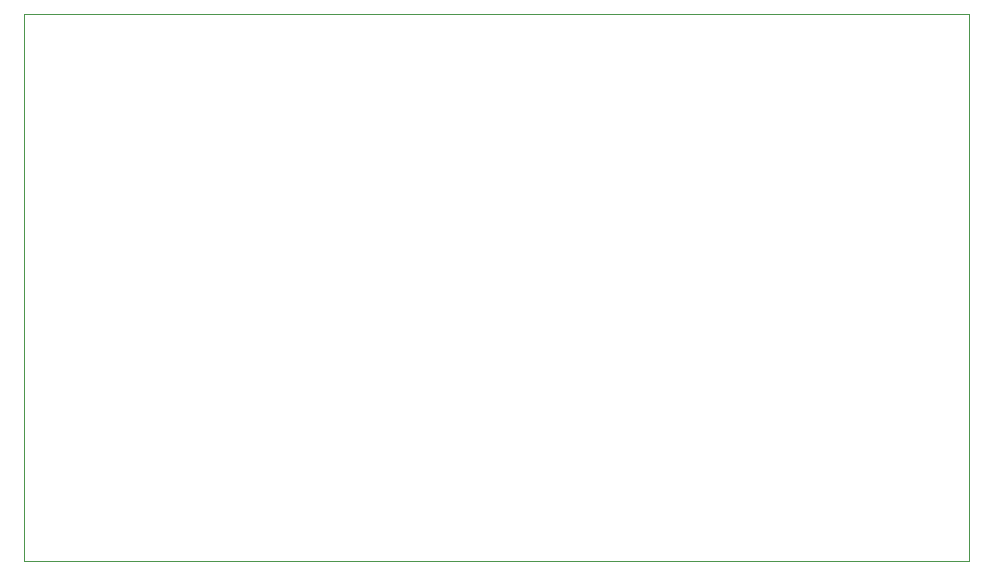
<source format=gm1>
G04 #@! TF.GenerationSoftware,KiCad,Pcbnew,6.0.11-2627ca5db0~126~ubuntu22.04.1*
G04 #@! TF.CreationDate,2026-01-10T21:31:22+11:00*
G04 #@! TF.ProjectId,CBR_AdapterBoard,4342525f-4164-4617-9074-6572426f6172,rev?*
G04 #@! TF.SameCoordinates,Original*
G04 #@! TF.FileFunction,Profile,NP*
%FSLAX46Y46*%
G04 Gerber Fmt 4.6, Leading zero omitted, Abs format (unit mm)*
G04 Created by KiCad (PCBNEW 6.0.11-2627ca5db0~126~ubuntu22.04.1) date 2026-01-10 21:31:22*
%MOMM*%
%LPD*%
G01*
G04 APERTURE LIST*
G04 #@! TA.AperFunction,Profile*
%ADD10C,0.100000*%
G04 #@! TD*
G04 APERTURE END LIST*
D10*
X100000000Y-100000000D02*
X180000000Y-100000000D01*
X180000000Y-100000000D02*
X180000000Y-53700000D01*
X180000000Y-53700000D02*
X100000000Y-53700000D01*
X100000000Y-53700000D02*
X100000000Y-100000000D01*
M02*

</source>
